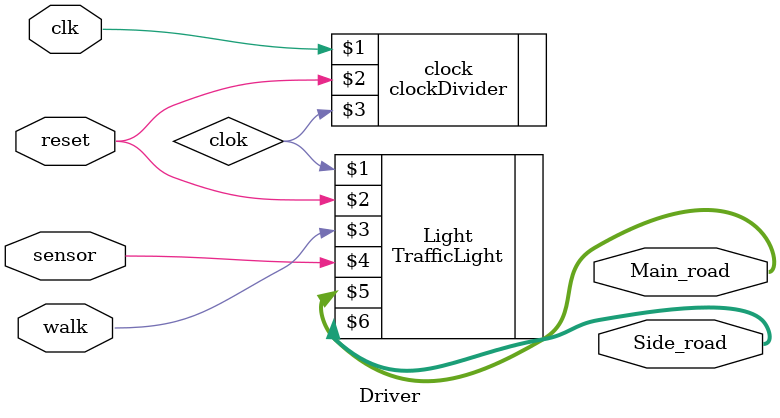
<source format=v>


`timescale 1ns/1ns

module Driver(input clk, input reset, walk, sensor, output[2:0] Main_road, output [2:0] Side_road);
    wire clok;
    clockDivider #(50000000) clock(clk,reset,clok);
    TrafficLight Light(clok,reset, walk, sensor, Main_road,Side_road);

endmodule

</source>
